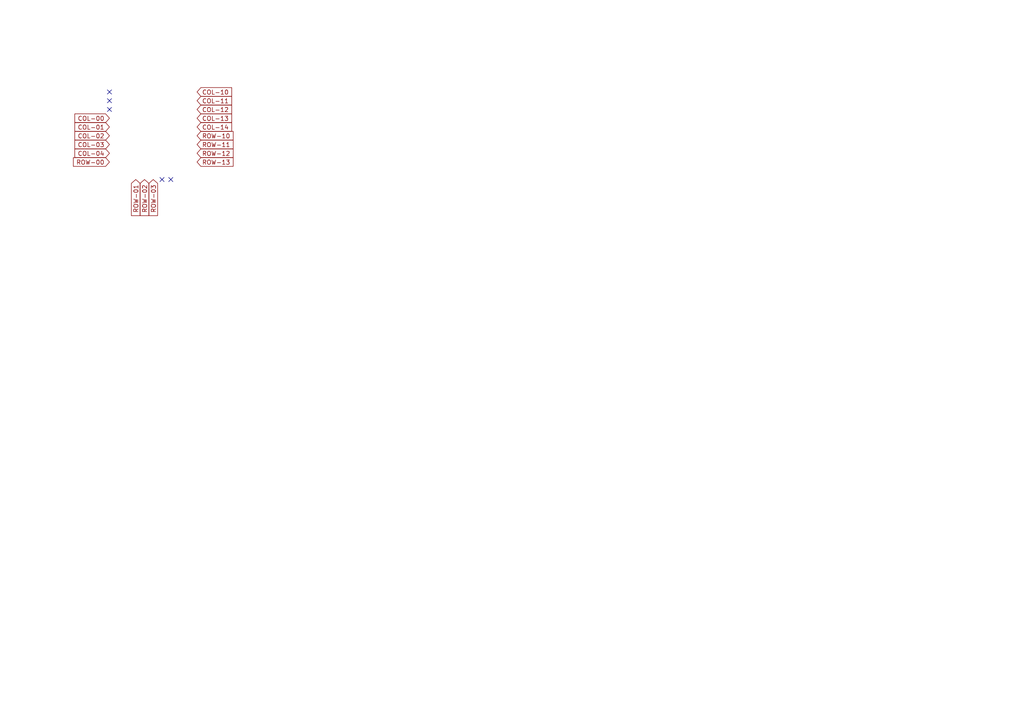
<source format=kicad_sch>
(kicad_sch
	(version 20231120)
	(generator "eeschema")
	(generator_version "8.0")
	(uuid "fdcd350f-f526-4f0a-80c9-d8636e4c894b")
	(paper "A4")
	(lib_symbols)
	(no_connect
		(at 49.53 52.07)
		(uuid "04016b0d-4cc8-45cd-af36-b9e8aee489ee")
	)
	(no_connect
		(at 31.75 31.75)
		(uuid "1fbffe5a-2442-4510-ac67-8f6de40e0608")
	)
	(no_connect
		(at 31.75 29.21)
		(uuid "9159c398-edc8-48d0-b88b-611f23f0b297")
	)
	(no_connect
		(at 31.75 26.67)
		(uuid "aec8330e-f4d9-4293-82e8-d568efbb8870")
	)
	(no_connect
		(at 46.99 52.07)
		(uuid "dc411fd4-9851-4e33-bb87-5d7f3ff16ce1")
	)
	(global_label "ROW-03"
		(shape input)
		(at 44.45 52.07 270)
		(fields_autoplaced yes)
		(effects
			(font
				(size 1.27 1.27)
			)
			(justify right)
		)
		(uuid "17342b42-fd71-4920-a82f-9e54bcb8f3b0")
		(property "Intersheetrefs" "${INTERSHEET_REFS}"
			(at 44.45 63.0985 90)
			(effects
				(font
					(size 1.27 1.27)
				)
				(justify right)
				(hide yes)
			)
		)
	)
	(global_label "COL-12"
		(shape input)
		(at 57.15 31.75 0)
		(fields_autoplaced yes)
		(effects
			(font
				(size 1.27 1.27)
			)
			(justify left)
		)
		(uuid "2256faf7-971d-43c4-8c24-8e7b05a0c2e1")
		(property "Intersheetrefs" "${INTERSHEET_REFS}"
			(at 67.7552 31.75 0)
			(effects
				(font
					(size 1.27 1.27)
				)
				(justify left)
				(hide yes)
			)
		)
	)
	(global_label "COL-00"
		(shape input)
		(at 31.75 34.29 180)
		(fields_autoplaced yes)
		(effects
			(font
				(size 1.27 1.27)
			)
			(justify right)
		)
		(uuid "2442ef69-8f27-4b4f-920e-11585f8e6082")
		(property "Intersheetrefs" "${INTERSHEET_REFS}"
			(at 21.1448 34.29 0)
			(effects
				(font
					(size 1.27 1.27)
				)
				(justify right)
				(hide yes)
			)
		)
	)
	(global_label "COL-02"
		(shape input)
		(at 31.75 39.37 180)
		(fields_autoplaced yes)
		(effects
			(font
				(size 1.27 1.27)
			)
			(justify right)
		)
		(uuid "29a391a8-02c4-4f06-b4cd-7bd76f20b5fd")
		(property "Intersheetrefs" "${INTERSHEET_REFS}"
			(at 21.1448 39.37 0)
			(effects
				(font
					(size 1.27 1.27)
				)
				(justify right)
				(hide yes)
			)
		)
	)
	(global_label "ROW-13"
		(shape input)
		(at 57.15 46.99 0)
		(fields_autoplaced yes)
		(effects
			(font
				(size 1.27 1.27)
			)
			(justify left)
		)
		(uuid "2a2658f6-ae0a-4569-a336-bc009d365f4e")
		(property "Intersheetrefs" "${INTERSHEET_REFS}"
			(at 68.1785 46.99 0)
			(effects
				(font
					(size 1.27 1.27)
				)
				(justify left)
				(hide yes)
			)
		)
	)
	(global_label "ROW-00"
		(shape input)
		(at 31.75 46.99 180)
		(fields_autoplaced yes)
		(effects
			(font
				(size 1.27 1.27)
			)
			(justify right)
		)
		(uuid "3ad10812-fa96-41bd-8b71-a63f869c840e")
		(property "Intersheetrefs" "${INTERSHEET_REFS}"
			(at 20.7215 46.99 0)
			(effects
				(font
					(size 1.27 1.27)
				)
				(justify right)
				(hide yes)
			)
		)
	)
	(global_label "ROW-10"
		(shape input)
		(at 57.15 39.37 0)
		(fields_autoplaced yes)
		(effects
			(font
				(size 1.27 1.27)
			)
			(justify left)
		)
		(uuid "47984c0f-a9d1-441c-83da-f7259a7233c1")
		(property "Intersheetrefs" "${INTERSHEET_REFS}"
			(at 68.1785 39.37 0)
			(effects
				(font
					(size 1.27 1.27)
				)
				(justify left)
				(hide yes)
			)
		)
	)
	(global_label "COL-03"
		(shape input)
		(at 31.75 41.91 180)
		(fields_autoplaced yes)
		(effects
			(font
				(size 1.27 1.27)
			)
			(justify right)
		)
		(uuid "82878bc9-ee48-478d-ab88-9a9269341fb1")
		(property "Intersheetrefs" "${INTERSHEET_REFS}"
			(at 21.1448 41.91 0)
			(effects
				(font
					(size 1.27 1.27)
				)
				(justify right)
				(hide yes)
			)
		)
	)
	(global_label "ROW-02"
		(shape input)
		(at 41.91 52.07 270)
		(fields_autoplaced yes)
		(effects
			(font
				(size 1.27 1.27)
			)
			(justify right)
		)
		(uuid "8c1bbd70-020b-472f-9654-36bef6ea3fe6")
		(property "Intersheetrefs" "${INTERSHEET_REFS}"
			(at 41.91 63.0985 90)
			(effects
				(font
					(size 1.27 1.27)
				)
				(justify right)
				(hide yes)
			)
		)
	)
	(global_label "COL-04"
		(shape input)
		(at 31.75 44.45 180)
		(fields_autoplaced yes)
		(effects
			(font
				(size 1.27 1.27)
			)
			(justify right)
		)
		(uuid "94545012-fee1-4aec-9e54-217d01b0234d")
		(property "Intersheetrefs" "${INTERSHEET_REFS}"
			(at 21.1448 44.45 0)
			(effects
				(font
					(size 1.27 1.27)
				)
				(justify right)
				(hide yes)
			)
		)
	)
	(global_label "ROW-12"
		(shape input)
		(at 57.15 44.45 0)
		(fields_autoplaced yes)
		(effects
			(font
				(size 1.27 1.27)
			)
			(justify left)
		)
		(uuid "c80d74a1-5d76-4769-835e-73425704bcad")
		(property "Intersheetrefs" "${INTERSHEET_REFS}"
			(at 68.1785 44.45 0)
			(effects
				(font
					(size 1.27 1.27)
				)
				(justify left)
				(hide yes)
			)
		)
	)
	(global_label "COL-13"
		(shape input)
		(at 57.15 34.29 0)
		(fields_autoplaced yes)
		(effects
			(font
				(size 1.27 1.27)
			)
			(justify left)
		)
		(uuid "d0c865a2-8db6-4a0d-be1c-c29755b152da")
		(property "Intersheetrefs" "${INTERSHEET_REFS}"
			(at 67.7552 34.29 0)
			(effects
				(font
					(size 1.27 1.27)
				)
				(justify left)
				(hide yes)
			)
		)
	)
	(global_label "COL-14"
		(shape input)
		(at 57.15 36.83 0)
		(fields_autoplaced yes)
		(effects
			(font
				(size 1.27 1.27)
			)
			(justify left)
		)
		(uuid "d60c19bd-0655-4646-9ac2-f091795da6d0")
		(property "Intersheetrefs" "${INTERSHEET_REFS}"
			(at 67.7552 36.83 0)
			(effects
				(font
					(size 1.27 1.27)
				)
				(justify left)
				(hide yes)
			)
		)
	)
	(global_label "COL-10"
		(shape input)
		(at 57.15 26.67 0)
		(effects
			(font
				(size 1.27 1.27)
			)
			(justify left)
		)
		(uuid "d6b33495-759d-475b-9b3c-6aa8c62c6d38")
		(property "Intersheetrefs" "${INTERSHEET_REFS}"
			(at 135.0652 6.35 0)
			(effects
				(font
					(size 1.27 1.27)
				)
				(justify left)
				(hide yes)
			)
		)
	)
	(global_label "COL-11"
		(shape input)
		(at 57.15 29.21 0)
		(fields_autoplaced yes)
		(effects
			(font
				(size 1.27 1.27)
			)
			(justify left)
		)
		(uuid "daa9bbbf-bfe4-48c4-9a8b-21077ae7cde2")
		(property "Intersheetrefs" "${INTERSHEET_REFS}"
			(at 67.7552 29.21 0)
			(effects
				(font
					(size 1.27 1.27)
				)
				(justify left)
				(hide yes)
			)
		)
	)
	(global_label "COL-01"
		(shape input)
		(at 31.75 36.83 180)
		(fields_autoplaced yes)
		(effects
			(font
				(size 1.27 1.27)
			)
			(justify right)
		)
		(uuid "e3dd2fd1-1fb9-48b7-aa4e-18683c3c6c65")
		(property "Intersheetrefs" "${INTERSHEET_REFS}"
			(at 21.1448 36.83 0)
			(effects
				(font
					(size 1.27 1.27)
				)
				(justify right)
				(hide yes)
			)
		)
	)
	(global_label "ROW-11"
		(shape input)
		(at 57.15 41.91 0)
		(fields_autoplaced yes)
		(effects
			(font
				(size 1.27 1.27)
			)
			(justify left)
		)
		(uuid "e9eddad6-ac3e-47d6-a0d6-0d91c89866da")
		(property "Intersheetrefs" "${INTERSHEET_REFS}"
			(at 68.1785 41.91 0)
			(effects
				(font
					(size 1.27 1.27)
				)
				(justify left)
				(hide yes)
			)
		)
	)
	(global_label "ROW-01"
		(shape input)
		(at 39.37 52.07 270)
		(fields_autoplaced yes)
		(effects
			(font
				(size 1.27 1.27)
			)
			(justify right)
		)
		(uuid "f7ae8597-64e0-40aa-92ed-ad3131808ee6")
		(property "Intersheetrefs" "${INTERSHEET_REFS}"
			(at 39.37 63.0985 90)
			(effects
				(font
					(size 1.27 1.27)
				)
				(justify right)
				(hide yes)
			)
		)
	)
)

</source>
